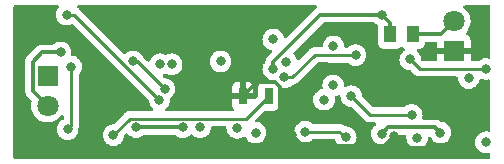
<source format=gbr>
%TF.GenerationSoftware,KiCad,Pcbnew,(6.0.2)*%
%TF.CreationDate,2022-03-10T12:52:18+01:00*%
%TF.ProjectId,SolarCharger,536f6c61-7243-4686-9172-6765722e6b69,rev?*%
%TF.SameCoordinates,Original*%
%TF.FileFunction,Copper,L4,Bot*%
%TF.FilePolarity,Positive*%
%FSLAX46Y46*%
G04 Gerber Fmt 4.6, Leading zero omitted, Abs format (unit mm)*
G04 Created by KiCad (PCBNEW (6.0.2)) date 2022-03-10 12:52:18*
%MOMM*%
%LPD*%
G01*
G04 APERTURE LIST*
%TA.AperFunction,ComponentPad*%
%ADD10R,1.800000X1.800000*%
%TD*%
%TA.AperFunction,ComponentPad*%
%ADD11C,1.800000*%
%TD*%
%TA.AperFunction,SMDPad,CuDef*%
%ADD12R,0.750000X1.450000*%
%TD*%
%TA.AperFunction,SMDPad,CuDef*%
%ADD13R,1.000000X1.450000*%
%TD*%
%TA.AperFunction,ViaPad*%
%ADD14C,0.800000*%
%TD*%
%TA.AperFunction,Conductor*%
%ADD15C,0.300000*%
%TD*%
%TA.AperFunction,Conductor*%
%ADD16C,0.250000*%
%TD*%
G04 APERTURE END LIST*
D10*
%TO.P,J1,1,1*%
%TO.N,gnd*%
X82500000Y-47460000D03*
D11*
%TO.P,J1,2,2*%
%TO.N,Vin+*%
X82500000Y-50000000D03*
%TD*%
D10*
%TO.P,J2,1,1*%
%TO.N,gnd*%
X116900000Y-45400000D03*
D11*
%TO.P,J2,2,2*%
%TO.N,5V*%
X116900000Y-42860000D03*
%TD*%
D12*
%TO.P,RT1,1,1*%
%TO.N,gnd*%
X99000000Y-49200000D03*
%TO.P,RT1,2,2*%
%TO.N,Net-(IC1-Pad5)*%
X101200000Y-49200000D03*
%TD*%
D13*
%TO.P,R14,1*%
%TO.N,5V_BF*%
X111510000Y-43950000D03*
%TO.P,R14,2*%
%TO.N,5V*%
X113410000Y-43950000D03*
%TD*%
D14*
%TO.N,Vin+*%
X83600000Y-45500000D03*
%TO.N,gnd*%
X103200000Y-52500000D03*
X95200000Y-46900000D03*
X111800000Y-52600000D03*
X117200000Y-52500000D03*
%TO.N,BAT-*%
X93000000Y-46500000D03*
X93930331Y-51830331D03*
X90000000Y-51825000D03*
%TO.N,BAT+*%
X98550001Y-51895735D03*
X101600000Y-44400000D03*
X106675000Y-48289369D03*
X92000000Y-46500000D03*
%TO.N,Net-(C7-Pad2)*%
X107737764Y-52679577D03*
X104300000Y-52200000D03*
%TO.N,5V*%
X119600000Y-53100000D03*
%TO.N,5V_BF*%
X110800000Y-42300000D03*
X101600000Y-46900000D03*
X110800000Y-52374998D03*
X115750000Y-52300000D03*
%TO.N,Net-(D1-Pad2)*%
X102700000Y-46300000D03*
X105900000Y-49500000D03*
%TO.N,Net-(IC1-Pad8)*%
X89736401Y-46263599D03*
X92400000Y-48600000D03*
%TO.N,Net-(IC1-Pad6)*%
X84100000Y-42300000D03*
X91964998Y-49517501D03*
%TO.N,Net-(IC1-Pad5)*%
X88069998Y-52500000D03*
%TO.N,Net-(IC1-Pad2)*%
X84200000Y-52000000D03*
X84500000Y-46710000D03*
%TO.N,Net-(IC2-Pad5)*%
X97147624Y-46263478D03*
X95400000Y-51830332D03*
%TO.N,Net-(IC3-Pad2)*%
X100100000Y-52300000D03*
X106700000Y-45000000D03*
%TO.N,Net-(IC3-Pad1)*%
X108574998Y-45725000D03*
X102544998Y-47600000D03*
%TO.N,Net-(IC4-Pad8)*%
X119600000Y-46900000D03*
X113200000Y-46100000D03*
%TO.N,Net-(IC4-Pad7)*%
X118149498Y-47668922D03*
X113786658Y-52706671D03*
%TO.N,Net-(IC4-Pad3)*%
X108200000Y-49200000D03*
X113327531Y-50779998D03*
%TD*%
D15*
%TO.N,Vin+*%
X82029998Y-45500000D02*
X81249999Y-46279999D01*
X81249999Y-48749999D02*
X82500000Y-50000000D01*
X83600000Y-45500000D02*
X82029998Y-45500000D01*
X81249999Y-46279999D02*
X81249999Y-48749999D01*
%TO.N,gnd*%
X103200000Y-52500000D02*
X102200000Y-51500000D01*
X102200000Y-51500000D02*
X102200000Y-48469998D01*
X112800000Y-53600000D02*
X117000000Y-53600000D01*
X97500000Y-49200000D02*
X95200000Y-46900000D01*
X110970422Y-53429578D02*
X104129578Y-53429578D01*
X117000000Y-53600000D02*
X117200000Y-53400000D01*
X104129578Y-53429578D02*
X103200000Y-52500000D01*
X101730002Y-48000000D02*
X100200000Y-48000000D01*
X100200000Y-48000000D02*
X99000000Y-49200000D01*
X99000000Y-49200000D02*
X97500000Y-49200000D01*
X117200000Y-53400000D02*
X117200000Y-52500000D01*
X111800000Y-52600000D02*
X112800000Y-53600000D01*
X102200000Y-48469998D02*
X101730002Y-48000000D01*
X111800000Y-52600000D02*
X110970422Y-53429578D01*
%TO.N,BAT-*%
X90005331Y-51830331D02*
X90000000Y-51825000D01*
X93930331Y-51830331D02*
X90005331Y-51830331D01*
D16*
%TO.N,Net-(C7-Pad2)*%
X107200000Y-52200000D02*
X107679577Y-52679577D01*
X107679577Y-52679577D02*
X107737764Y-52679577D01*
X104300000Y-52200000D02*
X107200000Y-52200000D01*
D15*
%TO.N,5V*%
X113410000Y-43950000D02*
X115810000Y-43950000D01*
X115810000Y-43950000D02*
X116900000Y-42860000D01*
%TO.N,5V_BF*%
X115750000Y-52300000D02*
X115299999Y-51849999D01*
X111324999Y-51849999D02*
X110800000Y-52374998D01*
X111510000Y-43010000D02*
X110800000Y-42300000D01*
X111510000Y-43950000D02*
X111510000Y-43010000D01*
X101600000Y-46900000D02*
X101600000Y-46289998D01*
X115299999Y-51849999D02*
X111324999Y-51849999D01*
X101600000Y-46289998D02*
X105589998Y-42300000D01*
X105589998Y-42300000D02*
X110800000Y-42300000D01*
D16*
%TO.N,Net-(IC1-Pad8)*%
X92400000Y-48600000D02*
X90063599Y-46263599D01*
X90063599Y-46263599D02*
X89736401Y-46263599D01*
%TO.N,Net-(IC1-Pad6)*%
X91964998Y-49517501D02*
X84747497Y-42300000D01*
X84747497Y-42300000D02*
X84100000Y-42300000D01*
%TO.N,Net-(IC1-Pad5)*%
X89469998Y-51100000D02*
X99300000Y-51100000D01*
X99300000Y-51100000D02*
X101200000Y-49200000D01*
X88069998Y-52500000D02*
X89469998Y-51100000D01*
%TO.N,Net-(IC1-Pad2)*%
X84500000Y-46710000D02*
X84500000Y-51700000D01*
X84500000Y-51700000D02*
X84200000Y-52000000D01*
%TO.N,Net-(IC3-Pad1)*%
X103200000Y-47600000D02*
X102544998Y-47600000D01*
X108574998Y-45725000D02*
X106325000Y-45725000D01*
X105100000Y-45700000D02*
X103200000Y-47600000D01*
X106300000Y-45700000D02*
X105100000Y-45700000D01*
X106325000Y-45725000D02*
X106300000Y-45700000D01*
%TO.N,Net-(IC4-Pad8)*%
X114000000Y-46900000D02*
X119600000Y-46900000D01*
X113200000Y-46100000D02*
X114000000Y-46900000D01*
%TO.N,Net-(IC4-Pad3)*%
X109779998Y-50779998D02*
X113327531Y-50779998D01*
X108200000Y-49200000D02*
X109779998Y-50779998D01*
%TD*%
%TA.AperFunction,Conductor*%
%TO.N,gnd*%
G36*
X83375734Y-41528002D02*
G01*
X83422227Y-41581658D01*
X83432331Y-41651932D01*
X83401251Y-41718309D01*
X83360960Y-41763056D01*
X83265473Y-41928444D01*
X83206458Y-42110072D01*
X83186496Y-42300000D01*
X83187186Y-42306565D01*
X83193570Y-42367301D01*
X83206458Y-42489928D01*
X83265473Y-42671556D01*
X83268776Y-42677278D01*
X83268777Y-42677279D01*
X83293100Y-42719407D01*
X83360960Y-42836944D01*
X83365378Y-42841851D01*
X83365379Y-42841852D01*
X83484325Y-42973955D01*
X83488747Y-42978866D01*
X83643248Y-43091118D01*
X83649276Y-43093802D01*
X83649278Y-43093803D01*
X83794975Y-43158671D01*
X83817712Y-43168794D01*
X83911113Y-43188647D01*
X83998056Y-43207128D01*
X83998061Y-43207128D01*
X84004513Y-43208500D01*
X84195487Y-43208500D01*
X84201939Y-43207128D01*
X84201944Y-43207128D01*
X84288887Y-43188647D01*
X84382288Y-43168794D01*
X84388315Y-43166111D01*
X84388323Y-43166108D01*
X84537121Y-43099859D01*
X84607488Y-43090425D01*
X84671785Y-43120532D01*
X84677464Y-43125871D01*
X87847798Y-46296206D01*
X91017876Y-49466284D01*
X91051902Y-49528596D01*
X91054091Y-49542209D01*
X91069617Y-49689928D01*
X91071456Y-49707429D01*
X91130471Y-49889057D01*
X91133774Y-49894779D01*
X91133775Y-49894780D01*
X91144808Y-49913889D01*
X91225958Y-50054445D01*
X91230376Y-50059352D01*
X91230377Y-50059353D01*
X91341483Y-50182749D01*
X91353745Y-50196367D01*
X91359087Y-50200248D01*
X91359089Y-50200250D01*
X91411824Y-50238564D01*
X91455178Y-50294786D01*
X91461253Y-50365523D01*
X91428121Y-50428314D01*
X91366301Y-50463226D01*
X91337763Y-50466500D01*
X89548765Y-50466500D01*
X89537582Y-50465973D01*
X89530089Y-50464298D01*
X89522163Y-50464547D01*
X89522162Y-50464547D01*
X89462012Y-50466438D01*
X89458053Y-50466500D01*
X89430142Y-50466500D01*
X89426208Y-50466997D01*
X89426207Y-50466997D01*
X89426142Y-50467005D01*
X89414305Y-50467938D01*
X89382047Y-50468952D01*
X89378028Y-50469078D01*
X89370109Y-50469327D01*
X89350655Y-50474979D01*
X89331298Y-50478987D01*
X89319068Y-50480532D01*
X89319067Y-50480532D01*
X89311201Y-50481526D01*
X89303830Y-50484445D01*
X89303828Y-50484445D01*
X89270086Y-50497804D01*
X89258856Y-50501649D01*
X89224015Y-50511771D01*
X89224014Y-50511771D01*
X89216405Y-50513982D01*
X89209586Y-50518015D01*
X89209581Y-50518017D01*
X89198970Y-50524293D01*
X89181222Y-50532988D01*
X89162381Y-50540448D01*
X89155965Y-50545110D01*
X89155964Y-50545110D01*
X89126611Y-50566436D01*
X89116691Y-50572952D01*
X89085463Y-50591420D01*
X89085460Y-50591422D01*
X89078636Y-50595458D01*
X89064315Y-50609779D01*
X89049282Y-50622619D01*
X89032891Y-50634528D01*
X89027841Y-50640632D01*
X89027836Y-50640637D01*
X89004705Y-50668598D01*
X88996715Y-50677379D01*
X88119497Y-51554596D01*
X88057185Y-51588621D01*
X88030402Y-51591500D01*
X87974511Y-51591500D01*
X87968059Y-51592872D01*
X87968054Y-51592872D01*
X87881111Y-51611353D01*
X87787710Y-51631206D01*
X87781680Y-51633891D01*
X87781679Y-51633891D01*
X87619276Y-51706197D01*
X87619274Y-51706198D01*
X87613246Y-51708882D01*
X87607905Y-51712762D01*
X87607904Y-51712763D01*
X87595960Y-51721441D01*
X87458745Y-51821134D01*
X87330958Y-51963056D01*
X87235471Y-52128444D01*
X87176456Y-52310072D01*
X87175766Y-52316633D01*
X87175766Y-52316635D01*
X87168942Y-52381563D01*
X87156494Y-52500000D01*
X87157184Y-52506565D01*
X87175568Y-52681476D01*
X87176456Y-52689928D01*
X87235471Y-52871556D01*
X87238774Y-52877278D01*
X87238775Y-52877279D01*
X87263765Y-52920563D01*
X87330958Y-53036944D01*
X87335376Y-53041851D01*
X87335377Y-53041852D01*
X87447265Y-53166116D01*
X87458745Y-53178866D01*
X87517328Y-53221429D01*
X87600870Y-53282126D01*
X87613246Y-53291118D01*
X87619274Y-53293802D01*
X87619276Y-53293803D01*
X87781679Y-53366109D01*
X87787710Y-53368794D01*
X87881110Y-53388647D01*
X87968054Y-53407128D01*
X87968059Y-53407128D01*
X87974511Y-53408500D01*
X88165485Y-53408500D01*
X88171937Y-53407128D01*
X88171942Y-53407128D01*
X88258886Y-53388647D01*
X88352286Y-53368794D01*
X88358317Y-53366109D01*
X88520720Y-53293803D01*
X88520722Y-53293802D01*
X88526750Y-53291118D01*
X88539127Y-53282126D01*
X88622668Y-53221429D01*
X88681251Y-53178866D01*
X88692731Y-53166116D01*
X88804619Y-53041852D01*
X88804620Y-53041851D01*
X88809038Y-53036944D01*
X88876231Y-52920563D01*
X88901221Y-52877279D01*
X88901222Y-52877278D01*
X88904525Y-52871556D01*
X88963540Y-52689928D01*
X88964429Y-52681476D01*
X88980905Y-52524707D01*
X89007918Y-52459050D01*
X89017120Y-52448782D01*
X89092686Y-52373216D01*
X89154998Y-52339190D01*
X89225813Y-52344255D01*
X89275417Y-52378000D01*
X89388747Y-52503866D01*
X89470215Y-52563056D01*
X89514957Y-52595563D01*
X89543248Y-52616118D01*
X89549276Y-52618802D01*
X89549278Y-52618803D01*
X89711681Y-52691109D01*
X89717712Y-52693794D01*
X89809179Y-52713236D01*
X89898056Y-52732128D01*
X89898061Y-52732128D01*
X89904513Y-52733500D01*
X90095487Y-52733500D01*
X90101939Y-52732128D01*
X90101944Y-52732128D01*
X90190821Y-52713236D01*
X90282288Y-52693794D01*
X90288319Y-52691109D01*
X90450722Y-52618803D01*
X90450724Y-52618802D01*
X90456752Y-52616118D01*
X90467554Y-52608270D01*
X90598826Y-52512895D01*
X90665694Y-52489036D01*
X90672887Y-52488831D01*
X93250107Y-52488831D01*
X93318228Y-52508833D01*
X93324165Y-52512893D01*
X93324424Y-52513081D01*
X93466242Y-52616118D01*
X93473579Y-52621449D01*
X93479607Y-52624133D01*
X93479609Y-52624134D01*
X93642012Y-52696440D01*
X93648043Y-52699125D01*
X93714430Y-52713236D01*
X93828387Y-52737459D01*
X93828392Y-52737459D01*
X93834844Y-52738831D01*
X94025818Y-52738831D01*
X94032270Y-52737459D01*
X94032275Y-52737459D01*
X94146232Y-52713236D01*
X94212619Y-52699125D01*
X94218650Y-52696440D01*
X94381053Y-52624134D01*
X94381055Y-52624133D01*
X94387083Y-52621449D01*
X94394421Y-52616118D01*
X94451563Y-52574601D01*
X94541584Y-52509197D01*
X94571530Y-52475938D01*
X94631975Y-52438700D01*
X94702959Y-52440052D01*
X94758800Y-52475938D01*
X94788747Y-52509198D01*
X94943248Y-52621450D01*
X94949276Y-52624134D01*
X94949278Y-52624135D01*
X95111679Y-52696440D01*
X95117712Y-52699126D01*
X95211113Y-52718979D01*
X95298056Y-52737460D01*
X95298061Y-52737460D01*
X95304513Y-52738832D01*
X95495487Y-52738832D01*
X95501939Y-52737460D01*
X95501944Y-52737460D01*
X95588887Y-52718979D01*
X95682288Y-52699126D01*
X95688321Y-52696440D01*
X95850722Y-52624135D01*
X95850724Y-52624134D01*
X95856752Y-52621450D01*
X96011253Y-52509198D01*
X96041200Y-52475939D01*
X96134621Y-52372184D01*
X96134622Y-52372183D01*
X96139040Y-52367276D01*
X96234527Y-52201888D01*
X96293542Y-52020260D01*
X96294649Y-52009727D01*
X96311823Y-51846329D01*
X96338836Y-51780673D01*
X96397058Y-51740043D01*
X96437133Y-51733500D01*
X97513611Y-51733500D01*
X97581732Y-51753502D01*
X97628225Y-51807158D01*
X97638921Y-51872669D01*
X97637799Y-51883346D01*
X97636497Y-51895735D01*
X97637187Y-51902300D01*
X97648146Y-52006565D01*
X97656459Y-52085663D01*
X97715474Y-52267291D01*
X97718777Y-52273013D01*
X97718778Y-52273014D01*
X97739487Y-52308882D01*
X97810961Y-52432679D01*
X97815379Y-52437586D01*
X97815380Y-52437587D01*
X97930347Y-52565271D01*
X97938748Y-52574601D01*
X98007223Y-52624351D01*
X98080072Y-52677279D01*
X98093249Y-52686853D01*
X98099277Y-52689537D01*
X98099279Y-52689538D01*
X98240194Y-52752277D01*
X98267713Y-52764529D01*
X98361114Y-52784382D01*
X98448057Y-52802863D01*
X98448062Y-52802863D01*
X98454514Y-52804235D01*
X98645488Y-52804235D01*
X98651940Y-52802863D01*
X98651945Y-52802863D01*
X98738889Y-52784382D01*
X98832289Y-52764529D01*
X98859808Y-52752277D01*
X99000723Y-52689538D01*
X99000725Y-52689537D01*
X99006753Y-52686853D01*
X99019931Y-52677279D01*
X99082074Y-52632129D01*
X99148942Y-52608270D01*
X99218093Y-52624351D01*
X99264510Y-52672112D01*
X99265473Y-52671556D01*
X99360960Y-52836944D01*
X99365378Y-52841851D01*
X99365379Y-52841852D01*
X99436251Y-52920563D01*
X99488747Y-52978866D01*
X99579563Y-53044848D01*
X99616855Y-53071942D01*
X99643248Y-53091118D01*
X99649276Y-53093802D01*
X99649278Y-53093803D01*
X99802980Y-53162235D01*
X99817712Y-53168794D01*
X99883365Y-53182749D01*
X99998056Y-53207128D01*
X99998061Y-53207128D01*
X100004513Y-53208500D01*
X100195487Y-53208500D01*
X100201939Y-53207128D01*
X100201944Y-53207128D01*
X100316635Y-53182749D01*
X100382288Y-53168794D01*
X100397020Y-53162235D01*
X100550722Y-53093803D01*
X100550724Y-53093802D01*
X100556752Y-53091118D01*
X100583146Y-53071942D01*
X100620437Y-53044848D01*
X100711253Y-52978866D01*
X100763749Y-52920563D01*
X100834621Y-52841852D01*
X100834622Y-52841851D01*
X100839040Y-52836944D01*
X100918044Y-52700106D01*
X100931223Y-52677279D01*
X100931224Y-52677278D01*
X100934527Y-52671556D01*
X100993542Y-52489928D01*
X100996788Y-52459050D01*
X101012814Y-52306565D01*
X101013504Y-52300000D01*
X101002994Y-52200000D01*
X103386496Y-52200000D01*
X103387186Y-52206565D01*
X103405129Y-52377279D01*
X103406458Y-52389928D01*
X103465473Y-52571556D01*
X103468776Y-52577278D01*
X103468777Y-52577279D01*
X103557658Y-52731225D01*
X103560960Y-52736944D01*
X103565378Y-52741851D01*
X103565379Y-52741852D01*
X103679678Y-52868794D01*
X103688747Y-52878866D01*
X103746138Y-52920563D01*
X103826385Y-52978866D01*
X103843248Y-52991118D01*
X103849276Y-52993802D01*
X103849278Y-52993803D01*
X103992900Y-53057747D01*
X104017712Y-53068794D01*
X104104479Y-53087237D01*
X104198056Y-53107128D01*
X104198061Y-53107128D01*
X104204513Y-53108500D01*
X104395487Y-53108500D01*
X104401939Y-53107128D01*
X104401944Y-53107128D01*
X104495521Y-53087237D01*
X104582288Y-53068794D01*
X104607100Y-53057747D01*
X104750722Y-52993803D01*
X104750724Y-52993802D01*
X104756752Y-52991118D01*
X104773616Y-52978866D01*
X104895879Y-52890036D01*
X104911253Y-52878866D01*
X104915668Y-52873963D01*
X104920580Y-52869540D01*
X104921705Y-52870789D01*
X104975014Y-52837949D01*
X105008200Y-52833500D01*
X106740979Y-52833500D01*
X106809100Y-52853502D01*
X106855593Y-52907158D01*
X106860811Y-52920561D01*
X106903237Y-53051133D01*
X106906540Y-53056855D01*
X106906541Y-53056856D01*
X106914226Y-53070166D01*
X106998724Y-53216521D01*
X107003142Y-53221428D01*
X107003143Y-53221429D01*
X107122089Y-53353532D01*
X107126511Y-53358443D01*
X107163803Y-53385537D01*
X107273547Y-53465271D01*
X107281012Y-53470695D01*
X107287040Y-53473379D01*
X107287042Y-53473380D01*
X107341866Y-53497789D01*
X107455476Y-53548371D01*
X107548877Y-53568224D01*
X107635820Y-53586705D01*
X107635825Y-53586705D01*
X107642277Y-53588077D01*
X107833251Y-53588077D01*
X107839703Y-53586705D01*
X107839708Y-53586705D01*
X107926652Y-53568224D01*
X108020052Y-53548371D01*
X108133662Y-53497789D01*
X108188486Y-53473380D01*
X108188488Y-53473379D01*
X108194516Y-53470695D01*
X108201982Y-53465271D01*
X108311725Y-53385537D01*
X108349017Y-53358443D01*
X108353439Y-53353532D01*
X108472385Y-53221429D01*
X108472386Y-53221428D01*
X108476804Y-53216521D01*
X108561302Y-53070166D01*
X108568987Y-53056856D01*
X108568988Y-53056855D01*
X108572291Y-53051133D01*
X108631306Y-52869505D01*
X108634213Y-52841852D01*
X108650578Y-52686142D01*
X108651268Y-52679577D01*
X108645159Y-52621449D01*
X108631996Y-52496212D01*
X108631995Y-52496206D01*
X108631306Y-52489649D01*
X108572291Y-52308021D01*
X108548776Y-52267291D01*
X108507386Y-52195603D01*
X108476804Y-52142633D01*
X108349017Y-52000711D01*
X108241673Y-51922721D01*
X108199858Y-51892340D01*
X108199857Y-51892339D01*
X108194516Y-51888459D01*
X108188488Y-51885775D01*
X108188486Y-51885774D01*
X108026083Y-51813468D01*
X108026082Y-51813468D01*
X108020052Y-51810783D01*
X107926652Y-51790930D01*
X107839708Y-51772449D01*
X107839703Y-51772449D01*
X107833251Y-51771077D01*
X107719172Y-51771077D01*
X107651051Y-51751075D01*
X107630077Y-51734172D01*
X107619770Y-51723865D01*
X107616573Y-51721385D01*
X107607551Y-51713680D01*
X107575321Y-51683414D01*
X107568375Y-51679595D01*
X107568372Y-51679593D01*
X107557566Y-51673652D01*
X107541047Y-51662801D01*
X107535048Y-51658148D01*
X107525041Y-51650386D01*
X107517772Y-51647241D01*
X107517768Y-51647238D01*
X107484463Y-51632826D01*
X107473813Y-51627609D01*
X107435060Y-51606305D01*
X107415437Y-51601267D01*
X107396734Y-51594863D01*
X107385420Y-51589967D01*
X107385419Y-51589967D01*
X107378145Y-51586819D01*
X107370322Y-51585580D01*
X107370312Y-51585577D01*
X107334476Y-51579901D01*
X107322856Y-51577495D01*
X107287711Y-51568472D01*
X107287710Y-51568472D01*
X107280030Y-51566500D01*
X107259776Y-51566500D01*
X107240065Y-51564949D01*
X107227886Y-51563020D01*
X107220057Y-51561780D01*
X107212165Y-51562526D01*
X107176039Y-51565941D01*
X107164181Y-51566500D01*
X105008200Y-51566500D01*
X104940079Y-51546498D01*
X104920853Y-51530157D01*
X104920580Y-51530460D01*
X104915668Y-51526037D01*
X104911253Y-51521134D01*
X104889671Y-51505454D01*
X104762094Y-51412763D01*
X104762093Y-51412762D01*
X104756752Y-51408882D01*
X104750724Y-51406198D01*
X104750722Y-51406197D01*
X104588319Y-51333891D01*
X104588318Y-51333891D01*
X104582288Y-51331206D01*
X104467557Y-51306819D01*
X104401944Y-51292872D01*
X104401939Y-51292872D01*
X104395487Y-51291500D01*
X104204513Y-51291500D01*
X104198061Y-51292872D01*
X104198056Y-51292872D01*
X104132443Y-51306819D01*
X104017712Y-51331206D01*
X104011682Y-51333891D01*
X104011681Y-51333891D01*
X103849278Y-51406197D01*
X103849276Y-51406198D01*
X103843248Y-51408882D01*
X103837907Y-51412762D01*
X103837906Y-51412763D01*
X103836125Y-51414057D01*
X103688747Y-51521134D01*
X103684326Y-51526044D01*
X103684325Y-51526045D01*
X103575203Y-51647238D01*
X103560960Y-51663056D01*
X103505119Y-51759776D01*
X103475670Y-51810783D01*
X103465473Y-51828444D01*
X103406458Y-52010072D01*
X103405768Y-52016633D01*
X103405768Y-52016635D01*
X103395948Y-52110072D01*
X103386496Y-52200000D01*
X101002994Y-52200000D01*
X101000765Y-52178792D01*
X100994232Y-52116635D01*
X100994232Y-52116633D01*
X100993542Y-52110072D01*
X100934527Y-51928444D01*
X100915643Y-51895735D01*
X100882340Y-51838054D01*
X100839040Y-51763056D01*
X100827157Y-51749858D01*
X100715675Y-51626045D01*
X100715674Y-51626044D01*
X100711253Y-51621134D01*
X100608526Y-51546498D01*
X100562094Y-51512763D01*
X100562093Y-51512762D01*
X100556752Y-51508882D01*
X100550724Y-51506198D01*
X100550722Y-51506197D01*
X100388319Y-51433891D01*
X100388318Y-51433891D01*
X100382288Y-51431206D01*
X100195487Y-51391500D01*
X100192824Y-51391500D01*
X100128519Y-51365041D01*
X100087890Y-51306819D01*
X100085189Y-51235874D01*
X100118251Y-51177653D01*
X100825502Y-50470403D01*
X100887812Y-50436379D01*
X100914595Y-50433500D01*
X101623134Y-50433500D01*
X101685316Y-50426745D01*
X101821705Y-50375615D01*
X101938261Y-50288261D01*
X102025615Y-50171705D01*
X102076745Y-50035316D01*
X102083500Y-49973134D01*
X102083500Y-49500000D01*
X104986496Y-49500000D01*
X104987186Y-49506565D01*
X104989502Y-49528596D01*
X105006458Y-49689928D01*
X105065473Y-49871556D01*
X105068776Y-49877278D01*
X105068777Y-49877279D01*
X105075577Y-49889057D01*
X105160960Y-50036944D01*
X105165378Y-50041851D01*
X105165379Y-50041852D01*
X105282299Y-50171705D01*
X105288747Y-50178866D01*
X105443248Y-50291118D01*
X105449276Y-50293802D01*
X105449278Y-50293803D01*
X105570421Y-50347739D01*
X105617712Y-50368794D01*
X105711112Y-50388647D01*
X105798056Y-50407128D01*
X105798061Y-50407128D01*
X105804513Y-50408500D01*
X105995487Y-50408500D01*
X106001939Y-50407128D01*
X106001944Y-50407128D01*
X106088888Y-50388647D01*
X106182288Y-50368794D01*
X106229579Y-50347739D01*
X106350722Y-50293803D01*
X106350724Y-50293802D01*
X106356752Y-50291118D01*
X106511253Y-50178866D01*
X106517701Y-50171705D01*
X106634621Y-50041852D01*
X106634622Y-50041851D01*
X106639040Y-50036944D01*
X106724423Y-49889057D01*
X106731223Y-49877279D01*
X106731224Y-49877278D01*
X106734527Y-49871556D01*
X106793542Y-49689928D01*
X106810499Y-49528596D01*
X106812814Y-49506565D01*
X106813504Y-49500000D01*
X106793542Y-49310072D01*
X106796139Y-49309799D01*
X106800642Y-49250652D01*
X106843448Y-49194012D01*
X106892297Y-49171977D01*
X106957288Y-49158163D01*
X106963315Y-49155480D01*
X106963323Y-49155477D01*
X107109938Y-49090200D01*
X107180305Y-49080766D01*
X107244602Y-49110873D01*
X107282415Y-49170962D01*
X107286449Y-49200005D01*
X107286496Y-49200000D01*
X107306458Y-49389928D01*
X107365473Y-49571556D01*
X107460960Y-49736944D01*
X107588747Y-49878866D01*
X107743248Y-49991118D01*
X107749276Y-49993802D01*
X107749278Y-49993803D01*
X107885483Y-50054445D01*
X107917712Y-50068794D01*
X108011113Y-50088647D01*
X108098056Y-50107128D01*
X108098061Y-50107128D01*
X108104513Y-50108500D01*
X108160406Y-50108500D01*
X108228527Y-50128502D01*
X108249501Y-50145405D01*
X109276341Y-51172245D01*
X109283885Y-51180535D01*
X109287998Y-51187016D01*
X109293775Y-51192441D01*
X109337665Y-51233656D01*
X109340507Y-51236411D01*
X109360229Y-51256133D01*
X109363353Y-51258556D01*
X109363357Y-51258560D01*
X109363422Y-51258610D01*
X109372443Y-51266315D01*
X109404677Y-51296584D01*
X109411625Y-51300403D01*
X109411627Y-51300405D01*
X109422430Y-51306344D01*
X109438957Y-51317200D01*
X109448696Y-51324755D01*
X109448698Y-51324756D01*
X109454958Y-51329612D01*
X109495538Y-51347172D01*
X109506186Y-51352389D01*
X109520051Y-51360011D01*
X109544938Y-51373693D01*
X109552614Y-51375664D01*
X109552617Y-51375665D01*
X109564560Y-51378731D01*
X109583265Y-51385135D01*
X109601853Y-51393179D01*
X109609676Y-51394418D01*
X109609686Y-51394421D01*
X109645522Y-51400097D01*
X109657142Y-51402503D01*
X109691080Y-51411216D01*
X109699968Y-51413498D01*
X109720222Y-51413498D01*
X109739932Y-51415049D01*
X109759941Y-51418218D01*
X109767833Y-51417472D01*
X109803959Y-51414057D01*
X109815817Y-51413498D01*
X110189971Y-51413498D01*
X110258092Y-51433500D01*
X110304585Y-51487156D01*
X110314689Y-51557430D01*
X110285195Y-51622010D01*
X110264032Y-51641434D01*
X110188747Y-51696132D01*
X110184326Y-51701042D01*
X110184325Y-51701043D01*
X110069463Y-51828611D01*
X110060960Y-51838054D01*
X110012077Y-51922721D01*
X109969292Y-51996828D01*
X109965473Y-52003442D01*
X109906458Y-52185070D01*
X109905768Y-52191631D01*
X109905768Y-52191633D01*
X109889727Y-52344255D01*
X109886496Y-52374998D01*
X109887186Y-52381563D01*
X109905746Y-52558148D01*
X109906458Y-52564926D01*
X109965473Y-52746554D01*
X110060960Y-52911942D01*
X110065378Y-52916849D01*
X110065379Y-52916850D01*
X110124715Y-52982749D01*
X110188747Y-53053864D01*
X110343248Y-53166116D01*
X110349276Y-53168800D01*
X110349278Y-53168801D01*
X110511681Y-53241107D01*
X110517712Y-53243792D01*
X110611112Y-53263645D01*
X110698056Y-53282126D01*
X110698061Y-53282126D01*
X110704513Y-53283498D01*
X110895487Y-53283498D01*
X110901939Y-53282126D01*
X110901944Y-53282126D01*
X110988888Y-53263645D01*
X111082288Y-53243792D01*
X111088319Y-53241107D01*
X111250722Y-53168801D01*
X111250724Y-53168800D01*
X111256752Y-53166116D01*
X111411253Y-53053864D01*
X111475285Y-52982749D01*
X111534621Y-52916850D01*
X111534622Y-52916849D01*
X111539040Y-52911942D01*
X111634527Y-52746554D01*
X111683588Y-52595562D01*
X111723660Y-52536957D01*
X111789057Y-52509320D01*
X111803420Y-52508499D01*
X112754045Y-52508499D01*
X112822166Y-52528501D01*
X112868659Y-52582157D01*
X112879355Y-52647669D01*
X112875312Y-52686142D01*
X112873154Y-52706671D01*
X112873844Y-52713236D01*
X112890194Y-52868794D01*
X112893116Y-52896599D01*
X112952131Y-53078227D01*
X112955434Y-53083949D01*
X112955435Y-53083950D01*
X112960911Y-53093435D01*
X113047618Y-53243615D01*
X113052036Y-53248522D01*
X113052037Y-53248523D01*
X113161565Y-53370166D01*
X113175405Y-53385537D01*
X113207011Y-53408500D01*
X113301677Y-53477279D01*
X113329906Y-53497789D01*
X113335934Y-53500473D01*
X113335936Y-53500474D01*
X113446597Y-53549743D01*
X113504370Y-53575465D01*
X113597770Y-53595318D01*
X113684714Y-53613799D01*
X113684719Y-53613799D01*
X113691171Y-53615171D01*
X113882145Y-53615171D01*
X113888597Y-53613799D01*
X113888602Y-53613799D01*
X113975546Y-53595318D01*
X114068946Y-53575465D01*
X114126719Y-53549743D01*
X114237380Y-53500474D01*
X114237382Y-53500473D01*
X114243410Y-53497789D01*
X114271640Y-53477279D01*
X114366305Y-53408500D01*
X114397911Y-53385537D01*
X114411751Y-53370166D01*
X114521279Y-53248523D01*
X114521280Y-53248522D01*
X114525698Y-53243615D01*
X114612405Y-53093435D01*
X114617881Y-53083950D01*
X114617882Y-53083949D01*
X114621185Y-53078227D01*
X114680200Y-52896599D01*
X114683123Y-52868794D01*
X114691694Y-52787237D01*
X114695909Y-52747132D01*
X114722922Y-52681476D01*
X114781143Y-52640846D01*
X114852089Y-52638143D01*
X114913233Y-52674225D01*
X114930338Y-52697303D01*
X115010960Y-52836944D01*
X115015378Y-52841851D01*
X115015379Y-52841852D01*
X115086251Y-52920563D01*
X115138747Y-52978866D01*
X115229563Y-53044848D01*
X115266855Y-53071942D01*
X115293248Y-53091118D01*
X115299276Y-53093802D01*
X115299278Y-53093803D01*
X115452980Y-53162235D01*
X115467712Y-53168794D01*
X115533365Y-53182749D01*
X115648056Y-53207128D01*
X115648061Y-53207128D01*
X115654513Y-53208500D01*
X115845487Y-53208500D01*
X115851939Y-53207128D01*
X115851944Y-53207128D01*
X115966635Y-53182749D01*
X116032288Y-53168794D01*
X116047020Y-53162235D01*
X116200722Y-53093803D01*
X116200724Y-53093802D01*
X116206752Y-53091118D01*
X116233146Y-53071942D01*
X116270437Y-53044848D01*
X116361253Y-52978866D01*
X116413749Y-52920563D01*
X116484621Y-52841852D01*
X116484622Y-52841851D01*
X116489040Y-52836944D01*
X116568044Y-52700106D01*
X116581223Y-52677279D01*
X116581224Y-52677278D01*
X116584527Y-52671556D01*
X116643542Y-52489928D01*
X116646788Y-52459050D01*
X116662814Y-52306565D01*
X116663504Y-52300000D01*
X116650765Y-52178792D01*
X116644232Y-52116635D01*
X116644232Y-52116633D01*
X116643542Y-52110072D01*
X116584527Y-51928444D01*
X116565643Y-51895735D01*
X116532340Y-51838054D01*
X116489040Y-51763056D01*
X116477157Y-51749858D01*
X116365675Y-51626045D01*
X116365674Y-51626044D01*
X116361253Y-51621134D01*
X116258526Y-51546498D01*
X116212094Y-51512763D01*
X116212093Y-51512762D01*
X116206752Y-51508882D01*
X116200724Y-51506198D01*
X116200722Y-51506197D01*
X116038319Y-51433891D01*
X116038318Y-51433891D01*
X116032288Y-51431206D01*
X115938243Y-51411216D01*
X115851944Y-51392872D01*
X115851939Y-51392872D01*
X115845487Y-51391500D01*
X115824886Y-51391500D01*
X115756765Y-51371498D01*
X115741557Y-51360011D01*
X115739140Y-51357880D01*
X115736332Y-51355072D01*
X115732825Y-51352352D01*
X115723803Y-51344646D01*
X115712350Y-51333891D01*
X115690132Y-51313027D01*
X115683180Y-51309205D01*
X115671341Y-51302696D01*
X115654817Y-51291842D01*
X115644131Y-51283554D01*
X115637867Y-51278695D01*
X115630595Y-51275548D01*
X115630593Y-51275547D01*
X115595464Y-51260345D01*
X115584804Y-51255123D01*
X115551283Y-51236694D01*
X115551281Y-51236693D01*
X115544336Y-51232875D01*
X115523558Y-51227540D01*
X115504868Y-51221141D01*
X115485175Y-51212619D01*
X115439551Y-51205393D01*
X115427928Y-51202986D01*
X115399927Y-51195797D01*
X115383187Y-51191499D01*
X115361740Y-51191499D01*
X115342030Y-51189948D01*
X115328676Y-51187833D01*
X115320847Y-51186593D01*
X115274858Y-51190940D01*
X115263003Y-51191499D01*
X114322503Y-51191499D01*
X114254382Y-51171497D01*
X114207889Y-51117841D01*
X114197785Y-51047567D01*
X114202668Y-51026570D01*
X114221073Y-50969926D01*
X114227182Y-50911808D01*
X114240345Y-50786563D01*
X114241035Y-50779998D01*
X114235561Y-50727917D01*
X114221763Y-50596633D01*
X114221763Y-50596631D01*
X114221073Y-50590070D01*
X114162058Y-50408442D01*
X114149272Y-50386295D01*
X114117602Y-50331442D01*
X114066571Y-50243054D01*
X114008799Y-50178891D01*
X113943206Y-50106043D01*
X113943205Y-50106042D01*
X113938784Y-50101132D01*
X113784283Y-49988880D01*
X113778255Y-49986196D01*
X113778253Y-49986195D01*
X113615850Y-49913889D01*
X113615849Y-49913889D01*
X113609819Y-49911204D01*
X113505626Y-49889057D01*
X113429475Y-49872870D01*
X113429470Y-49872870D01*
X113423018Y-49871498D01*
X113232044Y-49871498D01*
X113225592Y-49872870D01*
X113225587Y-49872870D01*
X113149436Y-49889057D01*
X113045243Y-49911204D01*
X113039213Y-49913889D01*
X113039212Y-49913889D01*
X112876809Y-49986195D01*
X112876807Y-49986196D01*
X112870779Y-49988880D01*
X112865438Y-49992760D01*
X112865437Y-49992761D01*
X112796682Y-50042715D01*
X112716278Y-50101132D01*
X112711863Y-50106035D01*
X112706951Y-50110458D01*
X112705826Y-50109209D01*
X112652517Y-50142049D01*
X112619331Y-50146498D01*
X110094593Y-50146498D01*
X110026472Y-50126496D01*
X110005497Y-50109593D01*
X109147121Y-49251216D01*
X109113096Y-49188904D01*
X109110907Y-49175291D01*
X109094232Y-49016635D01*
X109094232Y-49016633D01*
X109093542Y-49010072D01*
X109034527Y-48828444D01*
X109025798Y-48813324D01*
X108965498Y-48708882D01*
X108939040Y-48663056D01*
X108826184Y-48537716D01*
X108815675Y-48526045D01*
X108815674Y-48526044D01*
X108811253Y-48521134D01*
X108656752Y-48408882D01*
X108650724Y-48406198D01*
X108650722Y-48406197D01*
X108488319Y-48333891D01*
X108488318Y-48333891D01*
X108482288Y-48331206D01*
X108388888Y-48311353D01*
X108301944Y-48292872D01*
X108301939Y-48292872D01*
X108295487Y-48291500D01*
X108104513Y-48291500D01*
X108098061Y-48292872D01*
X108098056Y-48292872D01*
X108011112Y-48311353D01*
X107917712Y-48331206D01*
X107911685Y-48333889D01*
X107911677Y-48333892D01*
X107765062Y-48399169D01*
X107694695Y-48408603D01*
X107630398Y-48378496D01*
X107592585Y-48318407D01*
X107588551Y-48289364D01*
X107588504Y-48289369D01*
X107588357Y-48287973D01*
X107587400Y-48278866D01*
X107569232Y-48106004D01*
X107569232Y-48106002D01*
X107568542Y-48099441D01*
X107509527Y-47917813D01*
X107414040Y-47752425D01*
X107394935Y-47731206D01*
X107290675Y-47615414D01*
X107290674Y-47615413D01*
X107286253Y-47610503D01*
X107152301Y-47513181D01*
X107137094Y-47502132D01*
X107137093Y-47502131D01*
X107131752Y-47498251D01*
X107125724Y-47495567D01*
X107125722Y-47495566D01*
X106963319Y-47423260D01*
X106963318Y-47423260D01*
X106957288Y-47420575D01*
X106863887Y-47400722D01*
X106776944Y-47382241D01*
X106776939Y-47382241D01*
X106770487Y-47380869D01*
X106579513Y-47380869D01*
X106573061Y-47382241D01*
X106573056Y-47382241D01*
X106486113Y-47400722D01*
X106392712Y-47420575D01*
X106386682Y-47423260D01*
X106386681Y-47423260D01*
X106224278Y-47495566D01*
X106224276Y-47495567D01*
X106218248Y-47498251D01*
X106212907Y-47502131D01*
X106212906Y-47502132D01*
X106197699Y-47513181D01*
X106063747Y-47610503D01*
X106059326Y-47615413D01*
X106059325Y-47615414D01*
X105955066Y-47731206D01*
X105935960Y-47752425D01*
X105840473Y-47917813D01*
X105781458Y-48099441D01*
X105780768Y-48106002D01*
X105780768Y-48106004D01*
X105762600Y-48278866D01*
X105761496Y-48289369D01*
X105762186Y-48295934D01*
X105781458Y-48479297D01*
X105778861Y-48479570D01*
X105774358Y-48538717D01*
X105731552Y-48595357D01*
X105682703Y-48617392D01*
X105617712Y-48631206D01*
X105611682Y-48633891D01*
X105611681Y-48633891D01*
X105449278Y-48706197D01*
X105449276Y-48706198D01*
X105443248Y-48708882D01*
X105288747Y-48821134D01*
X105284326Y-48826044D01*
X105284325Y-48826045D01*
X105180347Y-48941525D01*
X105160960Y-48963056D01*
X105110869Y-49049816D01*
X105075618Y-49110873D01*
X105065473Y-49128444D01*
X105006458Y-49310072D01*
X105005768Y-49316633D01*
X105005768Y-49316635D01*
X104998755Y-49383365D01*
X104986496Y-49500000D01*
X102083500Y-49500000D01*
X102083500Y-48583028D01*
X102103502Y-48514907D01*
X102157158Y-48468414D01*
X102227432Y-48458310D01*
X102250141Y-48464860D01*
X102250398Y-48464068D01*
X102256678Y-48466108D01*
X102262710Y-48468794D01*
X102356110Y-48488647D01*
X102443054Y-48507128D01*
X102443059Y-48507128D01*
X102449511Y-48508500D01*
X102640485Y-48508500D01*
X102646937Y-48507128D01*
X102646942Y-48507128D01*
X102733886Y-48488647D01*
X102827286Y-48468794D01*
X102837901Y-48464068D01*
X102995720Y-48393803D01*
X102995722Y-48393802D01*
X103001750Y-48391118D01*
X103156251Y-48278866D01*
X103160673Y-48273954D01*
X103165575Y-48269541D01*
X103166470Y-48270535D01*
X103220817Y-48237058D01*
X103239894Y-48233887D01*
X103239845Y-48233502D01*
X103243856Y-48232995D01*
X103255693Y-48232062D01*
X103287951Y-48231048D01*
X103291970Y-48230922D01*
X103299889Y-48230673D01*
X103319343Y-48225021D01*
X103338700Y-48221013D01*
X103350930Y-48219468D01*
X103350931Y-48219468D01*
X103358797Y-48218474D01*
X103366168Y-48215555D01*
X103366170Y-48215555D01*
X103399912Y-48202196D01*
X103411142Y-48198351D01*
X103445983Y-48188229D01*
X103445984Y-48188229D01*
X103453593Y-48186018D01*
X103460412Y-48181985D01*
X103460417Y-48181983D01*
X103471028Y-48175707D01*
X103488776Y-48167012D01*
X103507617Y-48159552D01*
X103543387Y-48133564D01*
X103553307Y-48127048D01*
X103584535Y-48108580D01*
X103584538Y-48108578D01*
X103591362Y-48104542D01*
X103605683Y-48090221D01*
X103620717Y-48077380D01*
X103630694Y-48070131D01*
X103637107Y-48065472D01*
X103665298Y-48031395D01*
X103673288Y-48022616D01*
X105325500Y-46370405D01*
X105387812Y-46336379D01*
X105414595Y-46333500D01*
X106116371Y-46333500D01*
X106145675Y-46337670D01*
X106146855Y-46338181D01*
X106168699Y-46341641D01*
X106190519Y-46345097D01*
X106202140Y-46347504D01*
X106237289Y-46356528D01*
X106244970Y-46358500D01*
X106265231Y-46358500D01*
X106284940Y-46360051D01*
X106304943Y-46363219D01*
X106312835Y-46362473D01*
X106318062Y-46361979D01*
X106348954Y-46359059D01*
X106360811Y-46358500D01*
X107866798Y-46358500D01*
X107934919Y-46378502D01*
X107954145Y-46394843D01*
X107954418Y-46394540D01*
X107959330Y-46398963D01*
X107963745Y-46403866D01*
X107970123Y-46408500D01*
X108096062Y-46500000D01*
X108118246Y-46516118D01*
X108124274Y-46518802D01*
X108124276Y-46518803D01*
X108160047Y-46534729D01*
X108292710Y-46593794D01*
X108386110Y-46613647D01*
X108473054Y-46632128D01*
X108473059Y-46632128D01*
X108479511Y-46633500D01*
X108670485Y-46633500D01*
X108676937Y-46632128D01*
X108676942Y-46632128D01*
X108763886Y-46613647D01*
X108857286Y-46593794D01*
X108989949Y-46534729D01*
X109025720Y-46518803D01*
X109025722Y-46518802D01*
X109031750Y-46516118D01*
X109053935Y-46500000D01*
X109127098Y-46446843D01*
X109186251Y-46403866D01*
X109209089Y-46378502D01*
X109309619Y-46266852D01*
X109309620Y-46266851D01*
X109314038Y-46261944D01*
X109380794Y-46146319D01*
X109406221Y-46102279D01*
X109406222Y-46102278D01*
X109409525Y-46096556D01*
X109468540Y-45914928D01*
X109469393Y-45906817D01*
X109487812Y-45731565D01*
X109488502Y-45725000D01*
X109478199Y-45626973D01*
X109469230Y-45541635D01*
X109469230Y-45541633D01*
X109468540Y-45535072D01*
X109409525Y-45353444D01*
X109389708Y-45319119D01*
X109338179Y-45229869D01*
X109314038Y-45188056D01*
X109272142Y-45141525D01*
X109190673Y-45051045D01*
X109190672Y-45051044D01*
X109186251Y-45046134D01*
X109052576Y-44949013D01*
X109037092Y-44937763D01*
X109037091Y-44937762D01*
X109031750Y-44933882D01*
X109025722Y-44931198D01*
X109025720Y-44931197D01*
X108863317Y-44858891D01*
X108863316Y-44858891D01*
X108857286Y-44856206D01*
X108763885Y-44836353D01*
X108676942Y-44817872D01*
X108676937Y-44817872D01*
X108670485Y-44816500D01*
X108479511Y-44816500D01*
X108473059Y-44817872D01*
X108473054Y-44817872D01*
X108386111Y-44836353D01*
X108292710Y-44856206D01*
X108286680Y-44858891D01*
X108286679Y-44858891D01*
X108124276Y-44931197D01*
X108124274Y-44931198D01*
X108118246Y-44933882D01*
X108112905Y-44937762D01*
X108112904Y-44937763D01*
X108060898Y-44975548D01*
X107963745Y-45046134D01*
X107959330Y-45051037D01*
X107954418Y-45055460D01*
X107953293Y-45054211D01*
X107899984Y-45087051D01*
X107866798Y-45091500D01*
X107736572Y-45091500D01*
X107668451Y-45071498D01*
X107621958Y-45017842D01*
X107611262Y-44978670D01*
X107594232Y-44816635D01*
X107594232Y-44816633D01*
X107593542Y-44810072D01*
X107534527Y-44628444D01*
X107513990Y-44592872D01*
X107442341Y-44468774D01*
X107439040Y-44463056D01*
X107432085Y-44455331D01*
X107315675Y-44326045D01*
X107315674Y-44326044D01*
X107311253Y-44321134D01*
X107156752Y-44208882D01*
X107150724Y-44206198D01*
X107150722Y-44206197D01*
X106988319Y-44133891D01*
X106988318Y-44133891D01*
X106982288Y-44131206D01*
X106888887Y-44111353D01*
X106801944Y-44092872D01*
X106801939Y-44092872D01*
X106795487Y-44091500D01*
X106604513Y-44091500D01*
X106598061Y-44092872D01*
X106598056Y-44092872D01*
X106511112Y-44111353D01*
X106417712Y-44131206D01*
X106411682Y-44133891D01*
X106411681Y-44133891D01*
X106249278Y-44206197D01*
X106249276Y-44206198D01*
X106243248Y-44208882D01*
X106088747Y-44321134D01*
X106084326Y-44326044D01*
X106084325Y-44326045D01*
X105967916Y-44455331D01*
X105960960Y-44463056D01*
X105957659Y-44468774D01*
X105886011Y-44592872D01*
X105865473Y-44628444D01*
X105806458Y-44810072D01*
X105805768Y-44816633D01*
X105805768Y-44816635D01*
X105791365Y-44953671D01*
X105764352Y-45019328D01*
X105706130Y-45059957D01*
X105666055Y-45066500D01*
X105178768Y-45066500D01*
X105167585Y-45065973D01*
X105160092Y-45064298D01*
X105152166Y-45064547D01*
X105152165Y-45064547D01*
X105092002Y-45066438D01*
X105088044Y-45066500D01*
X105060144Y-45066500D01*
X105056154Y-45067004D01*
X105044320Y-45067936D01*
X105000111Y-45069326D01*
X104992497Y-45071538D01*
X104992492Y-45071539D01*
X104980659Y-45074977D01*
X104961296Y-45078988D01*
X104941203Y-45081526D01*
X104933836Y-45084443D01*
X104933831Y-45084444D01*
X104900092Y-45097802D01*
X104888865Y-45101646D01*
X104846407Y-45113982D01*
X104839581Y-45118019D01*
X104828972Y-45124293D01*
X104811224Y-45132988D01*
X104792383Y-45140448D01*
X104785967Y-45145110D01*
X104785966Y-45145110D01*
X104756613Y-45166436D01*
X104746693Y-45172952D01*
X104715465Y-45191420D01*
X104715462Y-45191422D01*
X104708638Y-45195458D01*
X104694317Y-45209779D01*
X104679284Y-45222619D01*
X104662893Y-45234528D01*
X104657842Y-45240634D01*
X104634702Y-45268605D01*
X104626712Y-45277384D01*
X103788096Y-46115999D01*
X103725786Y-46150024D01*
X103654971Y-46144959D01*
X103598135Y-46102412D01*
X103579170Y-46065840D01*
X103569489Y-46036045D01*
X103534527Y-45928444D01*
X103529007Y-45918882D01*
X103493376Y-45857168D01*
X103439040Y-45763056D01*
X103338607Y-45651513D01*
X103307890Y-45587506D01*
X103316655Y-45517053D01*
X103343149Y-45478109D01*
X105825852Y-42995405D01*
X105888164Y-42961380D01*
X105914947Y-42958500D01*
X110119776Y-42958500D01*
X110187897Y-42978502D01*
X110193834Y-42982562D01*
X110343248Y-43091118D01*
X110349277Y-43093802D01*
X110349280Y-43093804D01*
X110379560Y-43107285D01*
X110426749Y-43128295D01*
X110480844Y-43174274D01*
X110501500Y-43243401D01*
X110501500Y-44723134D01*
X110508255Y-44785316D01*
X110559385Y-44921705D01*
X110646739Y-45038261D01*
X110763295Y-45125615D01*
X110899684Y-45176745D01*
X110961866Y-45183500D01*
X112058134Y-45183500D01*
X112120316Y-45176745D01*
X112256705Y-45125615D01*
X112373261Y-45038261D01*
X112374187Y-45037026D01*
X112433217Y-45004792D01*
X112504032Y-45009857D01*
X112545355Y-45036414D01*
X112546739Y-45038261D01*
X112581480Y-45064298D01*
X112617776Y-45091500D01*
X112663295Y-45125615D01*
X112671699Y-45128765D01*
X112679391Y-45132977D01*
X112729536Y-45183236D01*
X112744549Y-45252627D01*
X112719663Y-45319119D01*
X112692941Y-45345432D01*
X112673263Y-45359729D01*
X112588747Y-45421134D01*
X112584326Y-45426044D01*
X112584325Y-45426045D01*
X112480248Y-45541635D01*
X112460960Y-45563056D01*
X112420063Y-45633891D01*
X112369340Y-45721747D01*
X112365473Y-45728444D01*
X112306458Y-45910072D01*
X112305768Y-45916633D01*
X112305768Y-45916635D01*
X112300288Y-45968774D01*
X112286496Y-46100000D01*
X112287186Y-46106565D01*
X112304053Y-46267042D01*
X112306458Y-46289928D01*
X112365473Y-46471556D01*
X112368776Y-46477278D01*
X112368777Y-46477279D01*
X112457658Y-46631225D01*
X112460960Y-46636944D01*
X112465378Y-46641851D01*
X112465379Y-46641852D01*
X112508667Y-46689928D01*
X112588747Y-46778866D01*
X112743248Y-46891118D01*
X112749276Y-46893802D01*
X112749278Y-46893803D01*
X112858304Y-46942344D01*
X112917712Y-46968794D01*
X113011113Y-46988647D01*
X113098056Y-47007128D01*
X113098061Y-47007128D01*
X113104513Y-47008500D01*
X113160405Y-47008500D01*
X113228526Y-47028502D01*
X113249500Y-47045405D01*
X113496348Y-47292253D01*
X113503888Y-47300539D01*
X113508000Y-47307018D01*
X113513777Y-47312443D01*
X113557651Y-47353643D01*
X113560493Y-47356398D01*
X113580230Y-47376135D01*
X113583427Y-47378615D01*
X113592447Y-47386318D01*
X113624679Y-47416586D01*
X113631625Y-47420405D01*
X113631628Y-47420407D01*
X113642434Y-47426348D01*
X113658953Y-47437199D01*
X113674959Y-47449614D01*
X113682228Y-47452759D01*
X113682232Y-47452762D01*
X113715537Y-47467174D01*
X113726187Y-47472391D01*
X113764940Y-47493695D01*
X113782685Y-47498251D01*
X113784562Y-47498733D01*
X113803267Y-47505137D01*
X113821855Y-47513181D01*
X113829678Y-47514420D01*
X113829688Y-47514423D01*
X113865524Y-47520099D01*
X113877144Y-47522505D01*
X113912289Y-47531528D01*
X113919970Y-47533500D01*
X113940224Y-47533500D01*
X113959934Y-47535051D01*
X113979943Y-47538220D01*
X113987835Y-47537474D01*
X114023961Y-47534059D01*
X114035819Y-47533500D01*
X117110684Y-47533500D01*
X117178805Y-47553502D01*
X117225298Y-47607158D01*
X117236684Y-47659500D01*
X117236684Y-47662357D01*
X117235994Y-47668922D01*
X117236684Y-47675487D01*
X117244255Y-47747517D01*
X117255956Y-47858850D01*
X117314971Y-48040478D01*
X117410458Y-48205866D01*
X117414876Y-48210773D01*
X117414877Y-48210774D01*
X117525732Y-48333891D01*
X117538245Y-48347788D01*
X117543588Y-48351670D01*
X117642411Y-48423469D01*
X117692746Y-48460040D01*
X117698774Y-48462724D01*
X117698776Y-48462725D01*
X117829966Y-48521134D01*
X117867210Y-48537716D01*
X117960611Y-48557569D01*
X118047554Y-48576050D01*
X118047559Y-48576050D01*
X118054011Y-48577422D01*
X118244985Y-48577422D01*
X118251437Y-48576050D01*
X118251442Y-48576050D01*
X118338385Y-48557569D01*
X118431786Y-48537716D01*
X118469030Y-48521134D01*
X118600220Y-48462725D01*
X118600222Y-48462724D01*
X118606250Y-48460040D01*
X118656586Y-48423469D01*
X118755408Y-48351670D01*
X118760751Y-48347788D01*
X118773264Y-48333891D01*
X118884119Y-48210774D01*
X118884120Y-48210773D01*
X118888538Y-48205866D01*
X118984025Y-48040478D01*
X119043040Y-47858850D01*
X119046233Y-47828470D01*
X119073246Y-47762813D01*
X119131468Y-47722183D01*
X119202413Y-47719480D01*
X119222791Y-47726533D01*
X119317712Y-47768794D01*
X119385614Y-47783227D01*
X119498056Y-47807128D01*
X119498061Y-47807128D01*
X119504513Y-47808500D01*
X119695487Y-47808500D01*
X119701939Y-47807128D01*
X119701944Y-47807128D01*
X119839803Y-47777825D01*
X119910594Y-47783227D01*
X119967227Y-47826044D01*
X119991720Y-47892682D01*
X119992000Y-47901072D01*
X119992000Y-52098928D01*
X119971998Y-52167049D01*
X119918342Y-52213542D01*
X119848068Y-52223646D01*
X119839803Y-52222175D01*
X119701944Y-52192872D01*
X119701939Y-52192872D01*
X119695487Y-52191500D01*
X119504513Y-52191500D01*
X119498061Y-52192872D01*
X119498056Y-52192872D01*
X119433638Y-52206565D01*
X119317712Y-52231206D01*
X119311682Y-52233891D01*
X119311681Y-52233891D01*
X119149278Y-52306197D01*
X119149276Y-52306198D01*
X119143248Y-52308882D01*
X119137907Y-52312762D01*
X119137906Y-52312763D01*
X119132577Y-52316635D01*
X118988747Y-52421134D01*
X118984326Y-52426044D01*
X118984325Y-52426045D01*
X118884460Y-52536957D01*
X118860960Y-52563056D01*
X118827247Y-52621449D01*
X118783951Y-52696440D01*
X118765473Y-52728444D01*
X118706458Y-52910072D01*
X118705768Y-52916633D01*
X118705768Y-52916635D01*
X118692293Y-53044848D01*
X118686496Y-53100000D01*
X118687186Y-53106565D01*
X118699259Y-53221429D01*
X118706458Y-53289928D01*
X118765473Y-53471556D01*
X118860960Y-53636944D01*
X118988747Y-53778866D01*
X119143248Y-53891118D01*
X119149276Y-53893802D01*
X119149278Y-53893803D01*
X119207999Y-53919947D01*
X119317712Y-53968794D01*
X119385614Y-53983227D01*
X119498056Y-54007128D01*
X119498061Y-54007128D01*
X119504513Y-54008500D01*
X119695487Y-54008500D01*
X119701939Y-54007128D01*
X119701944Y-54007128D01*
X119839803Y-53977825D01*
X119910594Y-53983227D01*
X119967227Y-54026044D01*
X119991720Y-54092682D01*
X119992000Y-54101072D01*
X119992000Y-54366000D01*
X119971998Y-54434121D01*
X119918342Y-54480614D01*
X119866000Y-54492000D01*
X79734000Y-54492000D01*
X79665879Y-54471998D01*
X79619386Y-54418342D01*
X79608000Y-54366000D01*
X79608000Y-46259151D01*
X80586593Y-46259151D01*
X80587339Y-46267042D01*
X80590940Y-46305137D01*
X80591499Y-46316995D01*
X80591499Y-48667943D01*
X80590940Y-48679799D01*
X80589211Y-48687536D01*
X80590004Y-48712763D01*
X80591437Y-48758368D01*
X80591499Y-48762326D01*
X80591499Y-48791431D01*
X80592055Y-48795831D01*
X80592987Y-48807663D01*
X80594437Y-48853830D01*
X80596649Y-48861443D01*
X80596649Y-48861444D01*
X80600418Y-48874415D01*
X80604429Y-48893781D01*
X80607117Y-48915063D01*
X80610033Y-48922428D01*
X80610034Y-48922432D01*
X80624125Y-48958020D01*
X80627964Y-48969230D01*
X80640854Y-49013599D01*
X80651774Y-49032064D01*
X80660465Y-49049804D01*
X80668364Y-49069755D01*
X80676364Y-49080766D01*
X80695515Y-49107125D01*
X80702032Y-49117047D01*
X80721506Y-49149976D01*
X80721509Y-49149980D01*
X80725546Y-49156806D01*
X80740710Y-49171970D01*
X80753550Y-49187003D01*
X80766158Y-49204356D01*
X80801751Y-49233801D01*
X80810531Y-49241791D01*
X81101477Y-49532737D01*
X81135503Y-49595049D01*
X81133800Y-49655502D01*
X81111707Y-49735169D01*
X81087095Y-49965469D01*
X81087392Y-49970622D01*
X81087392Y-49970625D01*
X81094693Y-50097249D01*
X81100427Y-50196697D01*
X81101564Y-50201743D01*
X81101565Y-50201749D01*
X81122311Y-50293803D01*
X81151346Y-50422642D01*
X81153288Y-50427424D01*
X81153289Y-50427428D01*
X81235492Y-50629869D01*
X81238484Y-50637237D01*
X81359501Y-50834719D01*
X81511147Y-51009784D01*
X81689349Y-51157730D01*
X81889322Y-51274584D01*
X81894147Y-51276426D01*
X81894148Y-51276427D01*
X81912812Y-51283554D01*
X82105694Y-51357209D01*
X82110760Y-51358240D01*
X82110761Y-51358240D01*
X82119466Y-51360011D01*
X82332656Y-51403385D01*
X82463324Y-51408176D01*
X82558949Y-51411683D01*
X82558953Y-51411683D01*
X82564113Y-51411872D01*
X82569233Y-51411216D01*
X82569235Y-51411216D01*
X82656030Y-51400097D01*
X82793847Y-51382442D01*
X82798795Y-51380957D01*
X82798802Y-51380956D01*
X83010747Y-51317369D01*
X83015690Y-51315886D01*
X83035168Y-51306344D01*
X83219049Y-51216262D01*
X83219052Y-51216260D01*
X83223684Y-51213991D01*
X83412243Y-51079494D01*
X83576303Y-50916005D01*
X83638177Y-50829898D01*
X83694172Y-50786250D01*
X83764875Y-50779804D01*
X83827840Y-50812607D01*
X83863074Y-50874243D01*
X83866500Y-50903424D01*
X83866500Y-51072181D01*
X83846498Y-51140302D01*
X83791749Y-51187288D01*
X83749278Y-51206197D01*
X83749276Y-51206198D01*
X83743248Y-51208882D01*
X83737907Y-51212762D01*
X83737906Y-51212763D01*
X83709150Y-51233656D01*
X83588747Y-51321134D01*
X83584326Y-51326044D01*
X83584325Y-51326045D01*
X83501058Y-51418523D01*
X83460960Y-51463056D01*
X83429668Y-51517255D01*
X83369188Y-51622010D01*
X83365473Y-51628444D01*
X83306458Y-51810072D01*
X83305768Y-51816633D01*
X83305768Y-51816635D01*
X83294618Y-51922721D01*
X83286496Y-52000000D01*
X83287186Y-52006565D01*
X83305288Y-52178792D01*
X83306458Y-52189928D01*
X83365473Y-52371556D01*
X83368776Y-52377278D01*
X83368777Y-52377279D01*
X83372291Y-52383365D01*
X83460960Y-52536944D01*
X83465378Y-52541851D01*
X83465379Y-52541852D01*
X83546665Y-52632129D01*
X83588747Y-52678866D01*
X83681911Y-52746554D01*
X83706652Y-52764529D01*
X83743248Y-52791118D01*
X83749276Y-52793802D01*
X83749278Y-52793803D01*
X83857199Y-52841852D01*
X83917712Y-52868794D01*
X83983365Y-52882749D01*
X84098056Y-52907128D01*
X84098061Y-52907128D01*
X84104513Y-52908500D01*
X84295487Y-52908500D01*
X84301939Y-52907128D01*
X84301944Y-52907128D01*
X84416635Y-52882749D01*
X84482288Y-52868794D01*
X84542801Y-52841852D01*
X84650722Y-52793803D01*
X84650724Y-52793802D01*
X84656752Y-52791118D01*
X84693349Y-52764529D01*
X84718089Y-52746554D01*
X84811253Y-52678866D01*
X84853335Y-52632129D01*
X84934621Y-52541852D01*
X84934622Y-52541851D01*
X84939040Y-52536944D01*
X85027709Y-52383365D01*
X85031223Y-52377279D01*
X85031224Y-52377278D01*
X85034527Y-52371556D01*
X85093542Y-52189928D01*
X85094713Y-52178792D01*
X85112814Y-52006565D01*
X85113504Y-52000000D01*
X85106322Y-51931670D01*
X85110560Y-51884203D01*
X85113181Y-51878145D01*
X85114420Y-51870321D01*
X85114422Y-51870315D01*
X85120099Y-51834476D01*
X85122505Y-51822856D01*
X85131528Y-51787711D01*
X85131528Y-51787710D01*
X85133500Y-51780030D01*
X85133500Y-51759776D01*
X85135051Y-51740065D01*
X85135055Y-51740043D01*
X85138220Y-51720057D01*
X85134059Y-51676038D01*
X85133500Y-51664181D01*
X85133500Y-47412524D01*
X85153502Y-47344403D01*
X85165858Y-47328221D01*
X85239040Y-47246944D01*
X85326069Y-47096206D01*
X85331223Y-47087279D01*
X85331224Y-47087278D01*
X85334527Y-47081556D01*
X85393542Y-46899928D01*
X85395923Y-46877279D01*
X85412814Y-46716565D01*
X85413504Y-46710000D01*
X85410705Y-46683365D01*
X85394232Y-46526635D01*
X85394232Y-46526633D01*
X85393542Y-46520072D01*
X85334527Y-46338444D01*
X85322144Y-46316995D01*
X85263106Y-46214739D01*
X85239040Y-46173056D01*
X85213742Y-46144959D01*
X85115675Y-46036045D01*
X85115674Y-46036044D01*
X85111253Y-46031134D01*
X84993892Y-45945866D01*
X84962094Y-45922763D01*
X84962093Y-45922762D01*
X84956752Y-45918882D01*
X84950724Y-45916198D01*
X84950722Y-45916197D01*
X84788319Y-45843891D01*
X84788318Y-45843891D01*
X84782288Y-45841206D01*
X84595487Y-45801500D01*
X84596116Y-45798539D01*
X84542600Y-45776496D01*
X84501993Y-45718258D01*
X84496156Y-45665060D01*
X84512814Y-45506565D01*
X84513504Y-45500000D01*
X84502435Y-45394684D01*
X84494232Y-45316635D01*
X84494232Y-45316633D01*
X84493542Y-45310072D01*
X84434527Y-45128444D01*
X84339040Y-44963056D01*
X84301808Y-44921705D01*
X84215675Y-44826045D01*
X84215674Y-44826044D01*
X84211253Y-44821134D01*
X84056752Y-44708882D01*
X84050724Y-44706198D01*
X84050722Y-44706197D01*
X83888319Y-44633891D01*
X83888318Y-44633891D01*
X83882288Y-44631206D01*
X83786229Y-44610788D01*
X83701944Y-44592872D01*
X83701939Y-44592872D01*
X83695487Y-44591500D01*
X83504513Y-44591500D01*
X83498061Y-44592872D01*
X83498056Y-44592872D01*
X83413771Y-44610788D01*
X83317712Y-44631206D01*
X83311682Y-44633891D01*
X83311681Y-44633891D01*
X83149278Y-44706197D01*
X83149276Y-44706198D01*
X83143248Y-44708882D01*
X83137907Y-44712762D01*
X83137906Y-44712763D01*
X83056985Y-44771556D01*
X82994092Y-44817251D01*
X82993837Y-44817436D01*
X82926969Y-44841294D01*
X82919776Y-44841500D01*
X82112054Y-44841500D01*
X82100198Y-44840941D01*
X82100195Y-44840941D01*
X82092461Y-44839212D01*
X82037444Y-44840941D01*
X82021629Y-44841438D01*
X82017671Y-44841500D01*
X81988566Y-44841500D01*
X81984166Y-44842056D01*
X81972334Y-44842988D01*
X81926167Y-44844438D01*
X81905577Y-44850420D01*
X81886216Y-44854430D01*
X81883015Y-44854834D01*
X81872794Y-44856125D01*
X81872793Y-44856125D01*
X81864934Y-44857118D01*
X81857569Y-44860034D01*
X81857565Y-44860035D01*
X81821977Y-44874126D01*
X81810767Y-44877965D01*
X81766398Y-44890855D01*
X81747941Y-44901771D01*
X81730191Y-44910466D01*
X81710242Y-44918365D01*
X81703831Y-44923023D01*
X81703829Y-44923024D01*
X81672862Y-44945523D01*
X81662944Y-44952038D01*
X81623191Y-44975548D01*
X81608030Y-44990709D01*
X81592998Y-45003548D01*
X81575641Y-45016159D01*
X81563297Y-45031081D01*
X81546196Y-45051752D01*
X81538206Y-45060533D01*
X80842390Y-45756348D01*
X80833611Y-45764336D01*
X80826919Y-45768583D01*
X80821494Y-45774360D01*
X80778394Y-45820257D01*
X80775639Y-45823099D01*
X80755072Y-45843666D01*
X80752355Y-45847169D01*
X80744647Y-45856194D01*
X80713027Y-45889866D01*
X80709206Y-45896817D01*
X80709205Y-45896818D01*
X80702696Y-45908657D01*
X80691842Y-45925181D01*
X80684439Y-45934726D01*
X80678695Y-45942131D01*
X80675548Y-45949403D01*
X80675547Y-45949405D01*
X80660345Y-45984534D01*
X80655123Y-45995194D01*
X80632875Y-46035662D01*
X80627540Y-46056440D01*
X80621141Y-46075130D01*
X80612619Y-46094823D01*
X80607294Y-46128444D01*
X80605393Y-46140447D01*
X80602986Y-46152070D01*
X80601335Y-46158500D01*
X80591499Y-46196811D01*
X80591499Y-46218258D01*
X80589948Y-46237968D01*
X80586593Y-46259151D01*
X79608000Y-46259151D01*
X79608000Y-41634000D01*
X79628002Y-41565879D01*
X79681658Y-41519386D01*
X79734000Y-41508000D01*
X83307613Y-41508000D01*
X83375734Y-41528002D01*
G37*
%TD.AperFunction*%
%TA.AperFunction,Conductor*%
G36*
X105240118Y-41528002D02*
G01*
X105286611Y-41581658D01*
X105296715Y-41651932D01*
X105267221Y-41716512D01*
X105246060Y-41735935D01*
X105239614Y-41740618D01*
X105232860Y-41745525D01*
X105222944Y-41752038D01*
X105183191Y-41775548D01*
X105168030Y-41790709D01*
X105152998Y-41803548D01*
X105135641Y-41816159D01*
X105110659Y-41846357D01*
X105106191Y-41851758D01*
X105098201Y-41860538D01*
X102701498Y-44257240D01*
X102639186Y-44291266D01*
X102568370Y-44286201D01*
X102511535Y-44243654D01*
X102492570Y-44207081D01*
X102436569Y-44034729D01*
X102434527Y-44028444D01*
X102339040Y-43863056D01*
X102211253Y-43721134D01*
X102056752Y-43608882D01*
X102050724Y-43606198D01*
X102050722Y-43606197D01*
X101888319Y-43533891D01*
X101888318Y-43533891D01*
X101882288Y-43531206D01*
X101788888Y-43511353D01*
X101701944Y-43492872D01*
X101701939Y-43492872D01*
X101695487Y-43491500D01*
X101504513Y-43491500D01*
X101498061Y-43492872D01*
X101498056Y-43492872D01*
X101411113Y-43511353D01*
X101317712Y-43531206D01*
X101311682Y-43533891D01*
X101311681Y-43533891D01*
X101149278Y-43606197D01*
X101149276Y-43606198D01*
X101143248Y-43608882D01*
X100988747Y-43721134D01*
X100860960Y-43863056D01*
X100765473Y-44028444D01*
X100706458Y-44210072D01*
X100705768Y-44216633D01*
X100705768Y-44216635D01*
X100697924Y-44291266D01*
X100686496Y-44400000D01*
X100687186Y-44406565D01*
X100703223Y-44559145D01*
X100706458Y-44589928D01*
X100765473Y-44771556D01*
X100860960Y-44936944D01*
X100865378Y-44941851D01*
X100865379Y-44941852D01*
X100978060Y-45066997D01*
X100988747Y-45078866D01*
X101143248Y-45191118D01*
X101149276Y-45193802D01*
X101149278Y-45193803D01*
X101254463Y-45240634D01*
X101317712Y-45268794D01*
X101324167Y-45270166D01*
X101324170Y-45270167D01*
X101362214Y-45278253D01*
X101397702Y-45285796D01*
X101460175Y-45319524D01*
X101494496Y-45381673D01*
X101489769Y-45452512D01*
X101460600Y-45498138D01*
X101192395Y-45766343D01*
X101183615Y-45774333D01*
X101183613Y-45774335D01*
X101176920Y-45778582D01*
X101171494Y-45784360D01*
X101171493Y-45784361D01*
X101128396Y-45830255D01*
X101125641Y-45833097D01*
X101105073Y-45853665D01*
X101102356Y-45857168D01*
X101094648Y-45866193D01*
X101063028Y-45899865D01*
X101059207Y-45906816D01*
X101059206Y-45906817D01*
X101052697Y-45918656D01*
X101041843Y-45935180D01*
X101036452Y-45942131D01*
X101028696Y-45952130D01*
X101025549Y-45959402D01*
X101025548Y-45959404D01*
X101010346Y-45994533D01*
X101005124Y-46005193D01*
X100988163Y-46036045D01*
X100982876Y-46045661D01*
X100977541Y-46066439D01*
X100971142Y-46085129D01*
X100962620Y-46104822D01*
X100960850Y-46115998D01*
X100955394Y-46150446D01*
X100952987Y-46162069D01*
X100950166Y-46173056D01*
X100941500Y-46206810D01*
X100941500Y-46225241D01*
X100921498Y-46293362D01*
X100909136Y-46309551D01*
X100883068Y-46338503D01*
X100860960Y-46363056D01*
X100808796Y-46453406D01*
X100770307Y-46520072D01*
X100765473Y-46528444D01*
X100706458Y-46710072D01*
X100705768Y-46716633D01*
X100705768Y-46716635D01*
X100698819Y-46782749D01*
X100686496Y-46900000D01*
X100687186Y-46906565D01*
X100704918Y-47075271D01*
X100706458Y-47089928D01*
X100765473Y-47271556D01*
X100860960Y-47436944D01*
X100865378Y-47441851D01*
X100865379Y-47441852D01*
X100952149Y-47538220D01*
X100988747Y-47578866D01*
X101143248Y-47691118D01*
X101149276Y-47693802D01*
X101149278Y-47693803D01*
X101220231Y-47725393D01*
X101274327Y-47771373D01*
X101294976Y-47839300D01*
X101275624Y-47907609D01*
X101222413Y-47954610D01*
X101168982Y-47966500D01*
X100776866Y-47966500D01*
X100714684Y-47973255D01*
X100578295Y-48024385D01*
X100461739Y-48111739D01*
X100374385Y-48228295D01*
X100323255Y-48364684D01*
X100316500Y-48426866D01*
X100316500Y-49135406D01*
X100296498Y-49203527D01*
X100279595Y-49224501D01*
X100051856Y-49452240D01*
X99989544Y-49486266D01*
X99918729Y-49481201D01*
X99880248Y-49458369D01*
X99877135Y-49455671D01*
X99869452Y-49454000D01*
X98135116Y-49454000D01*
X98119877Y-49458475D01*
X98118672Y-49459865D01*
X98117001Y-49467548D01*
X98117001Y-49969669D01*
X98117371Y-49976490D01*
X98122895Y-50027352D01*
X98126521Y-50042604D01*
X98171676Y-50163054D01*
X98180214Y-50178649D01*
X98244882Y-50264935D01*
X98269730Y-50331442D01*
X98254677Y-50400824D01*
X98204503Y-50451054D01*
X98144056Y-50466500D01*
X92592233Y-50466500D01*
X92524112Y-50446498D01*
X92477619Y-50392842D01*
X92467515Y-50322568D01*
X92497009Y-50257988D01*
X92518172Y-50238564D01*
X92570907Y-50200250D01*
X92570909Y-50200248D01*
X92576251Y-50196367D01*
X92588513Y-50182749D01*
X92699619Y-50059353D01*
X92699620Y-50059352D01*
X92704038Y-50054445D01*
X92785188Y-49913889D01*
X92796221Y-49894780D01*
X92796222Y-49894779D01*
X92799525Y-49889057D01*
X92858540Y-49707429D01*
X92860380Y-49689928D01*
X92877812Y-49524066D01*
X92878502Y-49517501D01*
X92872222Y-49457751D01*
X92884994Y-49387912D01*
X92923471Y-49342644D01*
X92968302Y-49310072D01*
X93011253Y-49278866D01*
X93036657Y-49250652D01*
X93134621Y-49141852D01*
X93134622Y-49141851D01*
X93139040Y-49136944D01*
X93234527Y-48971556D01*
X93248717Y-48927885D01*
X98117000Y-48927885D01*
X98121475Y-48943124D01*
X98122865Y-48944329D01*
X98130548Y-48946000D01*
X98727885Y-48946000D01*
X98743124Y-48941525D01*
X98744329Y-48940135D01*
X98746000Y-48932452D01*
X98746000Y-48927885D01*
X99254000Y-48927885D01*
X99258475Y-48943124D01*
X99259865Y-48944329D01*
X99267548Y-48946000D01*
X99864884Y-48946000D01*
X99880123Y-48941525D01*
X99881328Y-48940135D01*
X99882999Y-48932452D01*
X99882999Y-48430331D01*
X99882629Y-48423510D01*
X99877105Y-48372648D01*
X99873479Y-48357396D01*
X99828324Y-48236946D01*
X99819786Y-48221351D01*
X99743285Y-48119276D01*
X99730724Y-48106715D01*
X99628649Y-48030214D01*
X99613054Y-48021676D01*
X99492606Y-47976522D01*
X99477351Y-47972895D01*
X99426486Y-47967369D01*
X99419672Y-47967000D01*
X99272115Y-47967000D01*
X99256876Y-47971475D01*
X99255671Y-47972865D01*
X99254000Y-47980548D01*
X99254000Y-48927885D01*
X98746000Y-48927885D01*
X98746000Y-47985116D01*
X98741525Y-47969877D01*
X98740135Y-47968672D01*
X98732452Y-47967001D01*
X98580331Y-47967001D01*
X98573510Y-47967371D01*
X98522648Y-47972895D01*
X98507396Y-47976521D01*
X98386946Y-48021676D01*
X98371351Y-48030214D01*
X98269276Y-48106715D01*
X98256715Y-48119276D01*
X98180214Y-48221351D01*
X98171676Y-48236946D01*
X98126522Y-48357394D01*
X98122895Y-48372649D01*
X98117369Y-48423514D01*
X98117000Y-48430328D01*
X98117000Y-48927885D01*
X93248717Y-48927885D01*
X93293542Y-48789928D01*
X93307393Y-48658148D01*
X93312814Y-48606565D01*
X93313504Y-48600000D01*
X93312814Y-48593435D01*
X93294232Y-48416635D01*
X93294232Y-48416633D01*
X93293542Y-48410072D01*
X93234527Y-48228444D01*
X93230955Y-48222256D01*
X93171499Y-48119276D01*
X93139040Y-48063056D01*
X93110533Y-48031395D01*
X93015675Y-47926045D01*
X93015674Y-47926044D01*
X93011253Y-47921134D01*
X92898619Y-47839300D01*
X92862094Y-47812763D01*
X92862093Y-47812762D01*
X92856752Y-47808882D01*
X92850724Y-47806198D01*
X92850722Y-47806197D01*
X92688319Y-47733891D01*
X92688318Y-47733891D01*
X92682288Y-47731206D01*
X92588887Y-47711353D01*
X92501944Y-47692872D01*
X92501939Y-47692872D01*
X92495487Y-47691500D01*
X92439594Y-47691500D01*
X92371473Y-47671498D01*
X92350499Y-47654595D01*
X92261365Y-47565461D01*
X92227339Y-47503149D01*
X92232404Y-47432334D01*
X92274951Y-47375498D01*
X92299212Y-47361259D01*
X92448752Y-47294680D01*
X92519118Y-47285246D01*
X92551247Y-47294680D01*
X92717712Y-47368794D01*
X92781041Y-47382255D01*
X92898056Y-47407128D01*
X92898061Y-47407128D01*
X92904513Y-47408500D01*
X93095487Y-47408500D01*
X93101939Y-47407128D01*
X93101944Y-47407128D01*
X93218959Y-47382255D01*
X93282288Y-47368794D01*
X93316318Y-47353643D01*
X93450722Y-47293803D01*
X93450724Y-47293802D01*
X93456752Y-47291118D01*
X93500001Y-47259696D01*
X93525422Y-47241226D01*
X93611253Y-47178866D01*
X93651971Y-47133644D01*
X93734621Y-47041852D01*
X93734622Y-47041851D01*
X93739040Y-47036944D01*
X93834527Y-46871556D01*
X93893542Y-46689928D01*
X93913504Y-46500000D01*
X93903400Y-46403866D01*
X93894232Y-46316635D01*
X93894232Y-46316633D01*
X93893542Y-46310072D01*
X93878403Y-46263478D01*
X96234120Y-46263478D01*
X96234810Y-46270043D01*
X96241972Y-46338181D01*
X96254082Y-46453406D01*
X96313097Y-46635034D01*
X96408584Y-46800422D01*
X96413002Y-46805329D01*
X96413003Y-46805330D01*
X96498244Y-46900000D01*
X96536371Y-46942344D01*
X96574665Y-46970166D01*
X96678222Y-47045405D01*
X96690872Y-47054596D01*
X96696900Y-47057280D01*
X96696902Y-47057281D01*
X96770229Y-47089928D01*
X96865336Y-47132272D01*
X96958737Y-47152125D01*
X97045680Y-47170606D01*
X97045685Y-47170606D01*
X97052137Y-47171978D01*
X97243111Y-47171978D01*
X97249563Y-47170606D01*
X97249568Y-47170606D01*
X97336511Y-47152125D01*
X97429912Y-47132272D01*
X97525019Y-47089928D01*
X97598346Y-47057281D01*
X97598348Y-47057280D01*
X97604376Y-47054596D01*
X97617027Y-47045405D01*
X97720583Y-46970166D01*
X97758877Y-46942344D01*
X97797004Y-46900000D01*
X97882245Y-46805330D01*
X97882246Y-46805329D01*
X97886664Y-46800422D01*
X97982151Y-46635034D01*
X98041166Y-46453406D01*
X98053277Y-46338181D01*
X98060438Y-46270043D01*
X98061128Y-46263478D01*
X98055172Y-46206810D01*
X98041856Y-46080113D01*
X98041856Y-46080111D01*
X98041166Y-46073550D01*
X97982151Y-45891922D01*
X97970272Y-45871346D01*
X97928236Y-45798539D01*
X97886664Y-45726534D01*
X97825384Y-45658475D01*
X97763299Y-45589523D01*
X97763298Y-45589522D01*
X97758877Y-45584612D01*
X97612289Y-45478109D01*
X97609718Y-45476241D01*
X97609717Y-45476240D01*
X97604376Y-45472360D01*
X97598348Y-45469676D01*
X97598346Y-45469675D01*
X97435943Y-45397369D01*
X97435942Y-45397369D01*
X97429912Y-45394684D01*
X97336512Y-45374831D01*
X97249568Y-45356350D01*
X97249563Y-45356350D01*
X97243111Y-45354978D01*
X97052137Y-45354978D01*
X97045685Y-45356350D01*
X97045680Y-45356350D01*
X96958737Y-45374831D01*
X96865336Y-45394684D01*
X96859306Y-45397369D01*
X96859305Y-45397369D01*
X96696902Y-45469675D01*
X96696900Y-45469676D01*
X96690872Y-45472360D01*
X96685531Y-45476240D01*
X96685530Y-45476241D01*
X96682959Y-45478109D01*
X96536371Y-45584612D01*
X96531950Y-45589522D01*
X96531949Y-45589523D01*
X96469865Y-45658475D01*
X96408584Y-45726534D01*
X96367012Y-45798539D01*
X96324977Y-45871346D01*
X96313097Y-45891922D01*
X96254082Y-46073550D01*
X96253392Y-46080111D01*
X96253392Y-46080113D01*
X96240076Y-46206810D01*
X96234120Y-46263478D01*
X93878403Y-46263478D01*
X93834527Y-46128444D01*
X93819498Y-46102412D01*
X93786732Y-46045661D01*
X93739040Y-45963056D01*
X93713941Y-45935180D01*
X93615675Y-45826045D01*
X93615674Y-45826044D01*
X93611253Y-45821134D01*
X93512157Y-45749136D01*
X93462094Y-45712763D01*
X93462093Y-45712762D01*
X93456752Y-45708882D01*
X93450724Y-45706198D01*
X93450722Y-45706197D01*
X93288319Y-45633891D01*
X93288318Y-45633891D01*
X93282288Y-45631206D01*
X93188888Y-45611353D01*
X93101944Y-45592872D01*
X93101939Y-45592872D01*
X93095487Y-45591500D01*
X92904513Y-45591500D01*
X92898061Y-45592872D01*
X92898056Y-45592872D01*
X92811112Y-45611353D01*
X92717712Y-45631206D01*
X92711682Y-45633891D01*
X92711681Y-45633891D01*
X92649911Y-45661393D01*
X92551248Y-45705320D01*
X92480882Y-45714754D01*
X92448753Y-45705320D01*
X92350089Y-45661393D01*
X92288319Y-45633891D01*
X92288318Y-45633891D01*
X92282288Y-45631206D01*
X92188888Y-45611353D01*
X92101944Y-45592872D01*
X92101939Y-45592872D01*
X92095487Y-45591500D01*
X91904513Y-45591500D01*
X91898061Y-45592872D01*
X91898056Y-45592872D01*
X91811112Y-45611353D01*
X91717712Y-45631206D01*
X91711682Y-45633891D01*
X91711681Y-45633891D01*
X91549278Y-45706197D01*
X91549276Y-45706198D01*
X91543248Y-45708882D01*
X91537907Y-45712762D01*
X91537906Y-45712763D01*
X91487843Y-45749136D01*
X91388747Y-45821134D01*
X91384326Y-45826044D01*
X91384325Y-45826045D01*
X91286060Y-45935180D01*
X91260960Y-45963056D01*
X91213268Y-46045661D01*
X91180503Y-46102412D01*
X91165473Y-46128444D01*
X91152572Y-46168148D01*
X91145354Y-46190363D01*
X91105280Y-46248969D01*
X91039883Y-46276605D01*
X90969926Y-46264498D01*
X90936426Y-46240521D01*
X90567251Y-45871346D01*
X90559713Y-45863063D01*
X90555599Y-45856581D01*
X90549817Y-45851152D01*
X90548292Y-45849308D01*
X90536256Y-45831990D01*
X90531123Y-45823099D01*
X90475441Y-45726655D01*
X90389499Y-45631206D01*
X90352076Y-45589644D01*
X90352073Y-45589641D01*
X90347654Y-45584733D01*
X90221994Y-45493435D01*
X90198495Y-45476362D01*
X90198494Y-45476361D01*
X90193153Y-45472481D01*
X90187125Y-45469797D01*
X90187123Y-45469796D01*
X90024720Y-45397490D01*
X90024719Y-45397490D01*
X90018689Y-45394805D01*
X89925289Y-45374952D01*
X89838345Y-45356471D01*
X89838340Y-45356471D01*
X89831888Y-45355099D01*
X89640914Y-45355099D01*
X89634462Y-45356471D01*
X89634457Y-45356471D01*
X89547513Y-45374952D01*
X89454113Y-45394805D01*
X89448083Y-45397490D01*
X89448082Y-45397490D01*
X89285679Y-45469796D01*
X89285677Y-45469797D01*
X89279649Y-45472481D01*
X89274308Y-45476361D01*
X89274307Y-45476362D01*
X89250808Y-45493435D01*
X89125148Y-45584733D01*
X89120641Y-45589739D01*
X89120578Y-45589778D01*
X89115824Y-45594058D01*
X89115041Y-45593188D01*
X89060193Y-45626973D01*
X88989209Y-45625616D01*
X88937917Y-45594515D01*
X85251149Y-41907747D01*
X85243609Y-41899461D01*
X85239497Y-41892982D01*
X85189845Y-41846356D01*
X85187004Y-41843602D01*
X85167267Y-41823865D01*
X85164070Y-41821385D01*
X85155048Y-41813680D01*
X85144262Y-41803551D01*
X85122818Y-41783414D01*
X85115872Y-41779595D01*
X85115869Y-41779593D01*
X85105063Y-41773652D01*
X85088544Y-41762801D01*
X85082553Y-41758154D01*
X85072538Y-41750386D01*
X85065267Y-41747239D01*
X85058440Y-41743202D01*
X85059968Y-41740618D01*
X85016235Y-41704230D01*
X84994873Y-41636523D01*
X85013507Y-41568016D01*
X85066221Y-41520458D01*
X85120848Y-41508000D01*
X105171997Y-41508000D01*
X105240118Y-41528002D01*
G37*
%TD.AperFunction*%
%TA.AperFunction,Conductor*%
G36*
X119934121Y-41528002D02*
G01*
X119980614Y-41581658D01*
X119992000Y-41634000D01*
X119992000Y-45898928D01*
X119971998Y-45967049D01*
X119918342Y-46013542D01*
X119848068Y-46023646D01*
X119839803Y-46022175D01*
X119701944Y-45992872D01*
X119701939Y-45992872D01*
X119695487Y-45991500D01*
X119504513Y-45991500D01*
X119498061Y-45992872D01*
X119498056Y-45992872D01*
X119411112Y-46011353D01*
X119317712Y-46031206D01*
X119311682Y-46033891D01*
X119311681Y-46033891D01*
X119149278Y-46106197D01*
X119149276Y-46106198D01*
X119143248Y-46108882D01*
X119137907Y-46112762D01*
X119137906Y-46112763D01*
X119086621Y-46150024D01*
X118988747Y-46221134D01*
X118984332Y-46226037D01*
X118979420Y-46230460D01*
X118978295Y-46229211D01*
X118924986Y-46262051D01*
X118891800Y-46266500D01*
X118434000Y-46266500D01*
X118365879Y-46246498D01*
X118319386Y-46192842D01*
X118308000Y-46140500D01*
X118308000Y-45672115D01*
X118303525Y-45656876D01*
X118302135Y-45655671D01*
X118294452Y-45654000D01*
X115510116Y-45654000D01*
X115494877Y-45658475D01*
X115493672Y-45659865D01*
X115492001Y-45667548D01*
X115492001Y-46140500D01*
X115471999Y-46208621D01*
X115418343Y-46255114D01*
X115366001Y-46266500D01*
X114314594Y-46266500D01*
X114246473Y-46246498D01*
X114225499Y-46229595D01*
X114147122Y-46151218D01*
X114113096Y-46088906D01*
X114110907Y-46075293D01*
X114109976Y-46066430D01*
X114099712Y-45968774D01*
X114094232Y-45916635D01*
X114094232Y-45916633D01*
X114093542Y-45910072D01*
X114034527Y-45728444D01*
X114030661Y-45721747D01*
X113979937Y-45633891D01*
X113939040Y-45563056D01*
X113919753Y-45541635D01*
X113815675Y-45426045D01*
X113815674Y-45426044D01*
X113811253Y-45421134D01*
X113797905Y-45411436D01*
X113754551Y-45355213D01*
X113748476Y-45284477D01*
X113781608Y-45221685D01*
X113843428Y-45186774D01*
X113871966Y-45183500D01*
X113958134Y-45183500D01*
X114020316Y-45176745D01*
X114156705Y-45125615D01*
X114273261Y-45038261D01*
X114360615Y-44921705D01*
X114411745Y-44785316D01*
X114418500Y-44723134D01*
X114419639Y-44723258D01*
X114441711Y-44660766D01*
X114497794Y-44617232D01*
X114543884Y-44608500D01*
X115366000Y-44608500D01*
X115434121Y-44628502D01*
X115480614Y-44682158D01*
X115492000Y-44734500D01*
X115492000Y-45127885D01*
X115496475Y-45143124D01*
X115497865Y-45144329D01*
X115505548Y-45146000D01*
X118289884Y-45146000D01*
X118305123Y-45141525D01*
X118306328Y-45140135D01*
X118307999Y-45132452D01*
X118307999Y-44455331D01*
X118307629Y-44448510D01*
X118302105Y-44397648D01*
X118298479Y-44382396D01*
X118253324Y-44261946D01*
X118244786Y-44246351D01*
X118168285Y-44144276D01*
X118155724Y-44131715D01*
X118053649Y-44055214D01*
X118038052Y-44046675D01*
X117979415Y-44024693D01*
X117922650Y-43982052D01*
X117897950Y-43915490D01*
X117913157Y-43846141D01*
X117934703Y-43817461D01*
X117972641Y-43779654D01*
X117976303Y-43776005D01*
X118111458Y-43587917D01*
X118214078Y-43380280D01*
X118281408Y-43158671D01*
X118311640Y-42929041D01*
X118312467Y-42895208D01*
X118313245Y-42863365D01*
X118313245Y-42863361D01*
X118313327Y-42860000D01*
X118302313Y-42726029D01*
X118294773Y-42634318D01*
X118294772Y-42634312D01*
X118294349Y-42629167D01*
X118237925Y-42404533D01*
X118235866Y-42399797D01*
X118147630Y-42196868D01*
X118147628Y-42196865D01*
X118145570Y-42192131D01*
X118019764Y-41997665D01*
X117863887Y-41826358D01*
X117859836Y-41823159D01*
X117859832Y-41823155D01*
X117745525Y-41732882D01*
X117704462Y-41674965D01*
X117701230Y-41604042D01*
X117736855Y-41542631D01*
X117800026Y-41510228D01*
X117823617Y-41508000D01*
X119866000Y-41508000D01*
X119934121Y-41528002D01*
G37*
%TD.AperFunction*%
%TD*%
M02*

</source>
